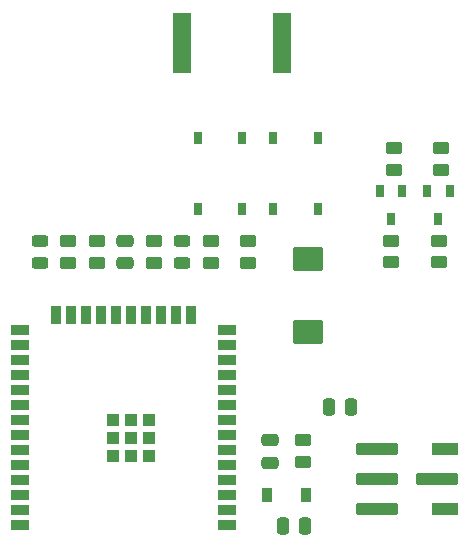
<source format=gtp>
G04 #@! TF.GenerationSoftware,KiCad,Pcbnew,(7.0.0-0)*
G04 #@! TF.CreationDate,2023-06-06T22:29:37+02:00*
G04 #@! TF.ProjectId,ithowifi_4l,6974686f-7769-4666-995f-346c2e6b6963,rev?*
G04 #@! TF.SameCoordinates,Original*
G04 #@! TF.FileFunction,Paste,Top*
G04 #@! TF.FilePolarity,Positive*
%FSLAX46Y46*%
G04 Gerber Fmt 4.6, Leading zero omitted, Abs format (unit mm)*
G04 Created by KiCad (PCBNEW (7.0.0-0)) date 2023-06-06 22:29:37*
%MOMM*%
%LPD*%
G01*
G04 APERTURE LIST*
G04 Aperture macros list*
%AMRoundRect*
0 Rectangle with rounded corners*
0 $1 Rounding radius*
0 $2 $3 $4 $5 $6 $7 $8 $9 X,Y pos of 4 corners*
0 Add a 4 corners polygon primitive as box body*
4,1,4,$2,$3,$4,$5,$6,$7,$8,$9,$2,$3,0*
0 Add four circle primitives for the rounded corners*
1,1,$1+$1,$2,$3*
1,1,$1+$1,$4,$5*
1,1,$1+$1,$6,$7*
1,1,$1+$1,$8,$9*
0 Add four rect primitives between the rounded corners*
20,1,$1+$1,$2,$3,$4,$5,0*
20,1,$1+$1,$4,$5,$6,$7,0*
20,1,$1+$1,$6,$7,$8,$9,0*
20,1,$1+$1,$8,$9,$2,$3,0*%
G04 Aperture macros list end*
%ADD10R,0.700000X1.000000*%
%ADD11RoundRect,0.250000X-0.450000X0.262500X-0.450000X-0.262500X0.450000X-0.262500X0.450000X0.262500X0*%
%ADD12R,1.500000X0.900000*%
%ADD13R,0.900000X1.500000*%
%ADD14R,1.050000X1.050000*%
%ADD15RoundRect,0.243750X0.456250X-0.243750X0.456250X0.243750X-0.456250X0.243750X-0.456250X-0.243750X0*%
%ADD16R,0.750000X1.000000*%
%ADD17RoundRect,0.250000X0.250000X0.475000X-0.250000X0.475000X-0.250000X-0.475000X0.250000X-0.475000X0*%
%ADD18RoundRect,0.250000X0.450000X-0.262500X0.450000X0.262500X-0.450000X0.262500X-0.450000X-0.262500X0*%
%ADD19RoundRect,0.250000X0.475000X-0.250000X0.475000X0.250000X-0.475000X0.250000X-0.475000X-0.250000X0*%
%ADD20RoundRect,0.250000X1.025000X-0.787500X1.025000X0.787500X-1.025000X0.787500X-1.025000X-0.787500X0*%
%ADD21RoundRect,0.250000X-0.250000X-0.475000X0.250000X-0.475000X0.250000X0.475000X-0.250000X0.475000X0*%
%ADD22R,0.900000X1.200000*%
%ADD23RoundRect,0.105000X-1.655000X0.420000X-1.655000X-0.420000X1.655000X-0.420000X1.655000X0.420000X0*%
%ADD24RoundRect,0.105000X-1.005000X0.420000X-1.005000X-0.420000X1.005000X-0.420000X1.005000X0.420000X0*%
%ADD25R,1.500000X5.080000*%
G04 APERTURE END LIST*
D10*
X119608599Y-120338999D03*
X117708599Y-120338999D03*
X118658599Y-122738999D03*
D11*
X118872000Y-116711900D03*
X118872000Y-118536900D03*
D12*
X104727599Y-148613599D03*
X104727599Y-147343599D03*
X104727599Y-146073599D03*
X104727599Y-144803599D03*
X104727599Y-143533599D03*
X104727599Y-142263599D03*
X104727599Y-140993599D03*
X104727599Y-139723599D03*
X104727599Y-138453599D03*
X104727599Y-137183599D03*
X104727599Y-135913599D03*
X104727599Y-134643599D03*
X104727599Y-133373599D03*
X104727599Y-132103599D03*
D13*
X101697599Y-130853599D03*
X100427599Y-130853599D03*
X99157599Y-130853599D03*
X97887599Y-130853599D03*
X96617599Y-130853599D03*
X95347599Y-130853599D03*
X94077599Y-130853599D03*
X92807599Y-130853599D03*
X91537599Y-130853599D03*
X90267599Y-130853599D03*
D12*
X87227599Y-132103599D03*
X87227599Y-133373599D03*
X87227599Y-134643599D03*
X87227599Y-135913599D03*
X87227599Y-137183599D03*
X87227599Y-138453599D03*
X87227599Y-139723599D03*
X87227599Y-140993599D03*
X87227599Y-142263599D03*
X87227599Y-143533599D03*
X87227599Y-144803599D03*
X87227599Y-146073599D03*
X87227599Y-147343599D03*
X87227599Y-148613599D03*
D14*
X95132599Y-139748599D03*
X98182599Y-142798599D03*
X95132599Y-142798599D03*
X96657599Y-139748599D03*
X96657599Y-141273599D03*
X98182599Y-139748599D03*
X96657599Y-142798599D03*
X95132599Y-141273599D03*
X98182599Y-141273599D03*
D11*
X91313000Y-124588900D03*
X91313000Y-126413900D03*
X106536000Y-124597500D03*
X106536000Y-126422500D03*
X118618000Y-124548500D03*
X118618000Y-126373500D03*
D15*
X88900000Y-126438900D03*
X88900000Y-124563900D03*
D16*
X108665399Y-121871999D03*
X108665399Y-115871999D03*
X112415399Y-121871999D03*
X112415399Y-115871999D03*
D17*
X115250000Y-138684000D03*
X113350000Y-138684000D03*
D10*
X123606599Y-120338999D03*
X121706599Y-120338999D03*
X122656599Y-122738999D03*
D18*
X122859800Y-118536900D03*
X122859800Y-116711900D03*
D11*
X122682000Y-124548500D03*
X122682000Y-126373500D03*
D19*
X96139000Y-126451400D03*
X96139000Y-124551400D03*
D18*
X98552000Y-126428000D03*
X98552000Y-124603000D03*
D20*
X111632000Y-132308600D03*
X111632000Y-126083600D03*
D21*
X109486900Y-148751000D03*
X111386900Y-148751000D03*
D19*
X108377500Y-143351000D03*
X108377500Y-141451000D03*
D22*
X111425499Y-146083999D03*
X108125499Y-146083999D03*
D18*
X111171500Y-143290000D03*
X111171500Y-141465000D03*
X93726000Y-126413900D03*
X93726000Y-124588900D03*
X103378000Y-126428000D03*
X103378000Y-124603000D03*
D15*
X100965000Y-126453000D03*
X100965000Y-124578000D03*
D16*
X106014999Y-121871999D03*
X106014999Y-115871999D03*
X102264999Y-121871999D03*
X102264999Y-115871999D03*
D23*
X117475000Y-142240000D03*
X117475000Y-144780000D03*
X117475000Y-147320000D03*
D24*
X123205000Y-147320000D03*
D23*
X122555000Y-144780000D03*
D24*
X123205000Y-142240000D03*
D25*
X100931399Y-107848399D03*
X109431399Y-107848399D03*
M02*

</source>
